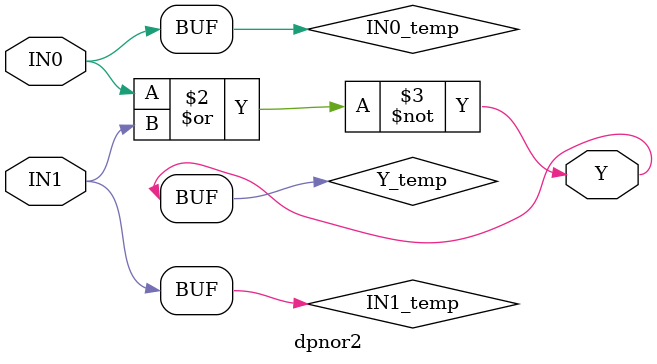
<source format=v>
module dpnor2(IN0,IN1,Y);
  parameter BIT = 0;
  parameter COLINST = "0";
  parameter GROUP = "dpath1";
  parameter
        d_IN0_r = 0,
        d_IN0_f = 0,
        d_IN1_r = 0,
        d_IN1_f = 0,
        d_Y_r = 1,
        d_Y_f = 1;
  input  IN0;
  input  IN1;
  output  Y;
  wire  IN0_temp;
  wire  IN1_temp;
  reg  Y_temp;
  assign #(d_IN0_r,d_IN0_f) IN0_temp = IN0;
  assign #(d_IN1_r,d_IN1_f) IN1_temp = IN1;
  assign #(d_Y_r,d_Y_f) Y = Y_temp;
  always
    @(IN0_temp or IN1_temp)
      Y_temp = ( ~ (IN0_temp | IN1_temp));
endmodule

</source>
